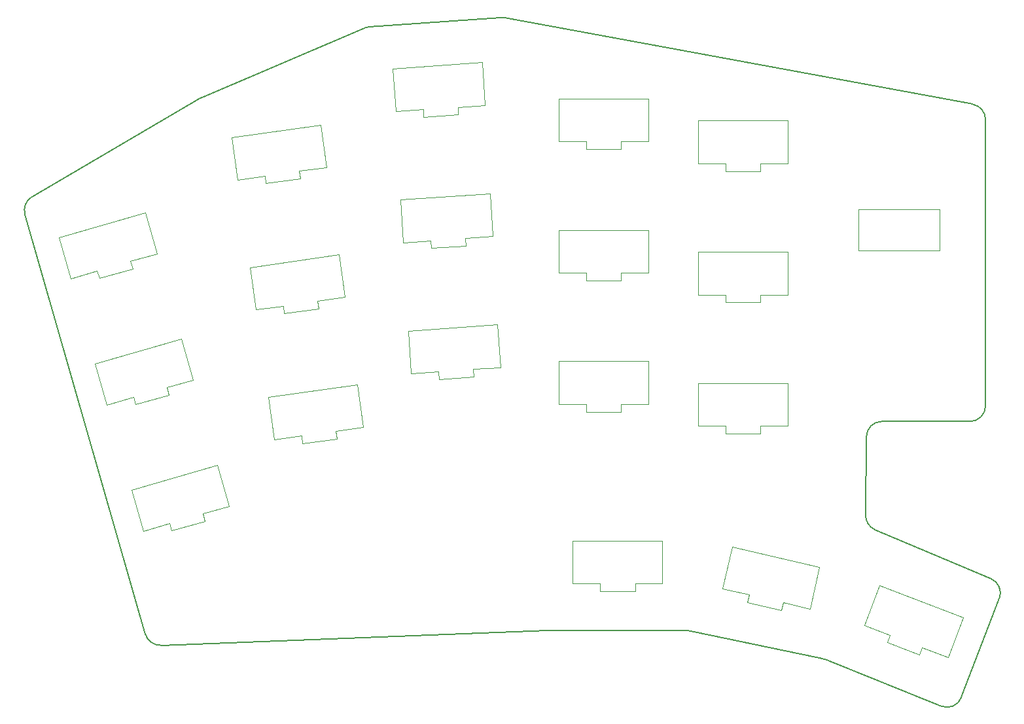
<source format=gbr>
%TF.GenerationSoftware,KiCad,Pcbnew,7.0.2-0*%
%TF.CreationDate,2023-05-15T17:52:50-04:00*%
%TF.ProjectId,mini,6d696e69-2e6b-4696-9361-645f70636258,v1.0.0*%
%TF.SameCoordinates,Original*%
%TF.FileFunction,Profile,NP*%
%FSLAX46Y46*%
G04 Gerber Fmt 4.6, Leading zero omitted, Abs format (unit mm)*
G04 Created by KiCad (PCBNEW 7.0.2-0) date 2023-05-15 17:52:50*
%MOMM*%
%LPD*%
G01*
G04 APERTURE LIST*
%TA.AperFunction,Profile*%
%ADD10C,0.150000*%
%TD*%
%TA.AperFunction,Profile*%
%ADD11C,0.120000*%
%TD*%
G04 APERTURE END LIST*
D10*
X189849113Y-103939111D02*
X204855185Y-110301539D01*
X205941686Y-112859623D02*
G75*
G03*
X204855185Y-110301540I-1867186J716723D01*
G01*
X147508772Y-116980215D02*
X97437120Y-118912941D01*
X95437456Y-117465704D02*
G75*
G03*
X97437120Y-118912941I1922544J551304D01*
G01*
X202146574Y-89933774D02*
G75*
G03*
X204146574Y-87933756I26J1999974D01*
G01*
X124398034Y-38846696D02*
G75*
G03*
X123750610Y-39003133I139466J-1995104D01*
G01*
X141867707Y-37688572D02*
X202509594Y-48881609D01*
X95437455Y-117465704D02*
X79855985Y-63126659D01*
X165576679Y-117007773D02*
G75*
G03*
X165166047Y-116965489I-409079J-1957627D01*
G01*
X202146574Y-89933756D02*
X190727454Y-89933756D01*
X198417505Y-126796308D02*
G75*
G03*
X201029244Y-125656831I744595J1856208D01*
G01*
X188727547Y-91914545D02*
X188629912Y-102078570D01*
X124398033Y-38846681D02*
X141365174Y-37660222D01*
X204146574Y-50848387D02*
X204146574Y-87933756D01*
X80767806Y-60849557D02*
X102545579Y-48095767D01*
X147584407Y-116978729D02*
G75*
G03*
X147508772Y-116980217I1593J-2003571D01*
G01*
X183355842Y-120754669D02*
G75*
G03*
X183020380Y-120653195I-744542J-1856131D01*
G01*
X102769344Y-47982917D02*
G75*
G03*
X102545579Y-48095767I786956J-1838683D01*
G01*
X188629917Y-102078570D02*
G75*
G03*
X189849114Y-103939112I1999883J-19230D01*
G01*
X80767817Y-60849575D02*
G75*
G03*
X79855985Y-63126659I1010683J-1725825D01*
G01*
X198417498Y-126796325D02*
X183355841Y-120754671D01*
X141867707Y-37688570D02*
G75*
G03*
X141365174Y-37660223I-363007J-1966730D01*
G01*
X190727454Y-89933754D02*
G75*
G03*
X188727547Y-91914545I46J-2000046D01*
G01*
X165166047Y-116965487D02*
X147584407Y-116978728D01*
X102769345Y-47982918D02*
X123750609Y-39003132D01*
X205941639Y-112859605D02*
X201029245Y-125656831D01*
X204146607Y-50848387D02*
G75*
G03*
X202509594Y-48881610I-2000007J-13D01*
G01*
X183020380Y-120653194D02*
X165576678Y-117007780D01*
D11*
%TO.C,S18*%
X190428019Y-111138504D02*
X201257552Y-115295572D01*
X188439077Y-116319875D02*
X190428019Y-111138504D01*
X191753287Y-117592081D02*
X188439077Y-116319875D01*
X191753287Y-117592081D02*
X191394919Y-118525662D01*
X191394919Y-118525662D02*
X195596031Y-120138317D01*
X195954399Y-119204737D02*
X199268610Y-120476943D01*
X195596031Y-120138317D02*
X195954399Y-119204737D01*
X201257552Y-115295572D02*
X199268610Y-120476943D01*
%TO.C,S7*%
X129417147Y-78192374D02*
X140988890Y-77383199D01*
X129804295Y-83728854D02*
X129417147Y-78192374D01*
X133345648Y-83481219D02*
X129804295Y-83728854D01*
X133345648Y-83481219D02*
X133415404Y-84478783D01*
X133415404Y-84478783D02*
X137904442Y-84164879D01*
X137834686Y-83167314D02*
X141376038Y-82919679D01*
X137904442Y-84164879D02*
X137834686Y-83167314D01*
X140988890Y-77383199D02*
X141376038Y-82919679D01*
%TO.C,S11*%
X148946600Y-65150400D02*
X160546600Y-65150400D01*
X148946600Y-70700400D02*
X148946600Y-65150400D01*
X152496600Y-70700400D02*
X148946600Y-70700400D01*
X152496600Y-70700400D02*
X152496600Y-71700400D01*
X152496600Y-71700400D02*
X156996600Y-71700400D01*
X156996600Y-70700400D02*
X160546600Y-70700400D01*
X156996600Y-71700400D02*
X156996600Y-70700400D01*
X160546600Y-65150400D02*
X160546600Y-70700400D01*
%TO.C,S16*%
X150746600Y-105383800D02*
X162346600Y-105383800D01*
X150746600Y-110933800D02*
X150746600Y-105383800D01*
X154296600Y-110933800D02*
X150746600Y-110933800D01*
X154296600Y-110933800D02*
X154296600Y-111933800D01*
X154296600Y-111933800D02*
X158796600Y-111933800D01*
X158796600Y-110933800D02*
X162346600Y-110933800D01*
X158796600Y-111933800D02*
X158796600Y-110933800D01*
X162346600Y-105383800D02*
X162346600Y-110933800D01*
%TO.C,S4*%
X111333985Y-86801613D02*
X122821094Y-85187205D01*
X112106395Y-92297601D02*
X111333985Y-86801613D01*
X115621847Y-91803536D02*
X112106395Y-92297601D01*
X115621847Y-91803536D02*
X115761020Y-92793805D01*
X115761020Y-92793805D02*
X120217226Y-92167526D01*
X120078053Y-91177258D02*
X123593505Y-90683193D01*
X120217226Y-92167526D02*
X120078053Y-91177258D01*
X122821094Y-85187205D02*
X123593505Y-90683193D01*
%TO.C,S5*%
X108968085Y-69967013D02*
X120455194Y-68352605D01*
X109740495Y-75463001D02*
X108968085Y-69967013D01*
X113255947Y-74968936D02*
X109740495Y-75463001D01*
X113255947Y-74968936D02*
X113395120Y-75959205D01*
X113395120Y-75959205D02*
X117851326Y-75332926D01*
X117712153Y-74342658D02*
X121227605Y-73848593D01*
X117851326Y-75332926D02*
X117712153Y-74342658D01*
X120455194Y-68352605D02*
X121227605Y-73848593D01*
%TO.C,S10*%
X148946600Y-82150400D02*
X160546600Y-82150400D01*
X148946600Y-87700400D02*
X148946600Y-82150400D01*
X152496600Y-87700400D02*
X148946600Y-87700400D01*
X152496600Y-87700400D02*
X152496600Y-88700400D01*
X152496600Y-88700400D02*
X156996600Y-88700400D01*
X156996600Y-87700400D02*
X160546600Y-87700400D01*
X156996600Y-88700400D02*
X156996600Y-87700400D01*
X160546600Y-82150400D02*
X160546600Y-87700400D01*
%TO.C,S6*%
X106602185Y-53132513D02*
X118089294Y-51518105D01*
X107374595Y-58628501D02*
X106602185Y-53132513D01*
X110890047Y-58134436D02*
X107374595Y-58628501D01*
X110890047Y-58134436D02*
X111029220Y-59124705D01*
X111029220Y-59124705D02*
X115485426Y-58498426D01*
X115346253Y-57508158D02*
X118861705Y-57014093D01*
X115485426Y-58498426D02*
X115346253Y-57508158D01*
X118089294Y-51518105D02*
X118861705Y-57014093D01*
%TO.C,S13*%
X166946600Y-84983800D02*
X178546600Y-84983800D01*
X166946600Y-90533800D02*
X166946600Y-84983800D01*
X170496600Y-90533800D02*
X166946600Y-90533800D01*
X170496600Y-90533800D02*
X170496600Y-91533800D01*
X170496600Y-91533800D02*
X174996600Y-91533800D01*
X174996600Y-90533800D02*
X178546600Y-90533800D01*
X174996600Y-91533800D02*
X174996600Y-90533800D01*
X178546600Y-84983800D02*
X178546600Y-90533800D01*
%TO.C,S3*%
X84239852Y-66080075D02*
X95390488Y-62882681D01*
X85769639Y-71415077D02*
X84239852Y-66080075D01*
X89182118Y-70436564D02*
X85769639Y-71415077D01*
X89182118Y-70436564D02*
X89457756Y-71397826D01*
X89457756Y-71397826D02*
X93783433Y-70157458D01*
X93507796Y-69196196D02*
X96920275Y-68217684D01*
X93783433Y-70157458D02*
X93507796Y-69196196D01*
X95390488Y-62882681D02*
X96920275Y-68217684D01*
%TO.C,S9*%
X127444447Y-44247374D02*
X139016190Y-43438199D01*
X127831595Y-49783854D02*
X127444447Y-44247374D01*
X131372948Y-49536219D02*
X127831595Y-49783854D01*
X131372948Y-49536219D02*
X131442704Y-50533783D01*
X131442704Y-50533783D02*
X135931742Y-50219879D01*
X135861986Y-49222314D02*
X139403338Y-48974679D01*
X135931742Y-50219879D02*
X135861986Y-49222314D01*
X139016190Y-43438199D02*
X139403338Y-48974679D01*
%TO.C,S1*%
X93611552Y-98762975D02*
X104762188Y-95565581D01*
X95141339Y-104097977D02*
X93611552Y-98762975D01*
X98553818Y-103119464D02*
X95141339Y-104097977D01*
X98553818Y-103119464D02*
X98829456Y-104080726D01*
X98829456Y-104080726D02*
X103155133Y-102840358D01*
X102879496Y-101879096D02*
X106291975Y-100900584D01*
X103155133Y-102840358D02*
X102879496Y-101879096D01*
X104762188Y-95565581D02*
X106291975Y-100900584D01*
%TO.C,S2*%
X88925752Y-82421575D02*
X100076388Y-79224181D01*
X90455539Y-87756577D02*
X88925752Y-82421575D01*
X93868018Y-86778064D02*
X90455539Y-87756577D01*
X93868018Y-86778064D02*
X94143656Y-87739326D01*
X94143656Y-87739326D02*
X98469333Y-86498958D01*
X98193696Y-85537696D02*
X101606175Y-84559184D01*
X98469333Y-86498958D02*
X98193696Y-85537696D01*
X100076388Y-79224181D02*
X101606175Y-84559184D01*
%TO.C,RP2040Zero1*%
X187746600Y-67803800D02*
X187746600Y-62433800D01*
X187746600Y-67803800D02*
X198246600Y-67803800D01*
X198246600Y-62433800D02*
X187746600Y-62433800D01*
X198246600Y-62433800D02*
X198246600Y-67803800D01*
%TO.C,S8*%
X128430747Y-61219874D02*
X140002490Y-60410699D01*
X128817895Y-66756354D02*
X128430747Y-61219874D01*
X132359248Y-66508719D02*
X128817895Y-66756354D01*
X132359248Y-66508719D02*
X132429004Y-67506283D01*
X132429004Y-67506283D02*
X136918042Y-67192379D01*
X136848286Y-66194814D02*
X140389638Y-65947179D01*
X136918042Y-67192379D02*
X136848286Y-66194814D01*
X140002490Y-60410699D02*
X140389638Y-65947179D01*
%TO.C,S15*%
X166946600Y-50983800D02*
X178546600Y-50983800D01*
X166946600Y-56533800D02*
X166946600Y-50983800D01*
X170496600Y-56533800D02*
X166946600Y-56533800D01*
X170496600Y-56533800D02*
X170496600Y-57533800D01*
X170496600Y-57533800D02*
X174996600Y-57533800D01*
X174996600Y-56533800D02*
X178546600Y-56533800D01*
X174996600Y-57533800D02*
X174996600Y-56533800D01*
X178546600Y-50983800D02*
X178546600Y-56533800D01*
%TO.C,S12*%
X148946600Y-48150400D02*
X160546600Y-48150400D01*
X148946600Y-53700400D02*
X148946600Y-48150400D01*
X152496600Y-53700400D02*
X148946600Y-53700400D01*
X152496600Y-53700400D02*
X152496600Y-54700400D01*
X152496600Y-54700400D02*
X156996600Y-54700400D01*
X156996600Y-53700400D02*
X160546600Y-53700400D01*
X156996600Y-54700400D02*
X156996600Y-53700400D01*
X160546600Y-48150400D02*
X160546600Y-53700400D01*
%TO.C,S14*%
X166946600Y-67983800D02*
X178546600Y-67983800D01*
X166946600Y-73533800D02*
X166946600Y-67983800D01*
X170496600Y-73533800D02*
X166946600Y-73533800D01*
X170496600Y-73533800D02*
X170496600Y-74533800D01*
X170496600Y-74533800D02*
X174996600Y-74533800D01*
X174996600Y-73533800D02*
X178546600Y-73533800D01*
X174996600Y-74533800D02*
X174996600Y-73533800D01*
X178546600Y-67983800D02*
X178546600Y-73533800D01*
%TO.C,S17*%
X171358859Y-106154692D02*
X182661552Y-108764124D01*
X170110381Y-111562446D02*
X171358859Y-106154692D01*
X173569395Y-112361022D02*
X170110381Y-111562446D01*
X173569395Y-112361022D02*
X173344444Y-113335392D01*
X173344444Y-113335392D02*
X177729109Y-114347672D01*
X177954060Y-113373302D02*
X181413074Y-114171878D01*
X177729109Y-114347672D02*
X177954060Y-113373302D01*
X182661552Y-108764124D02*
X181413074Y-114171878D01*
%TD*%
M02*

</source>
